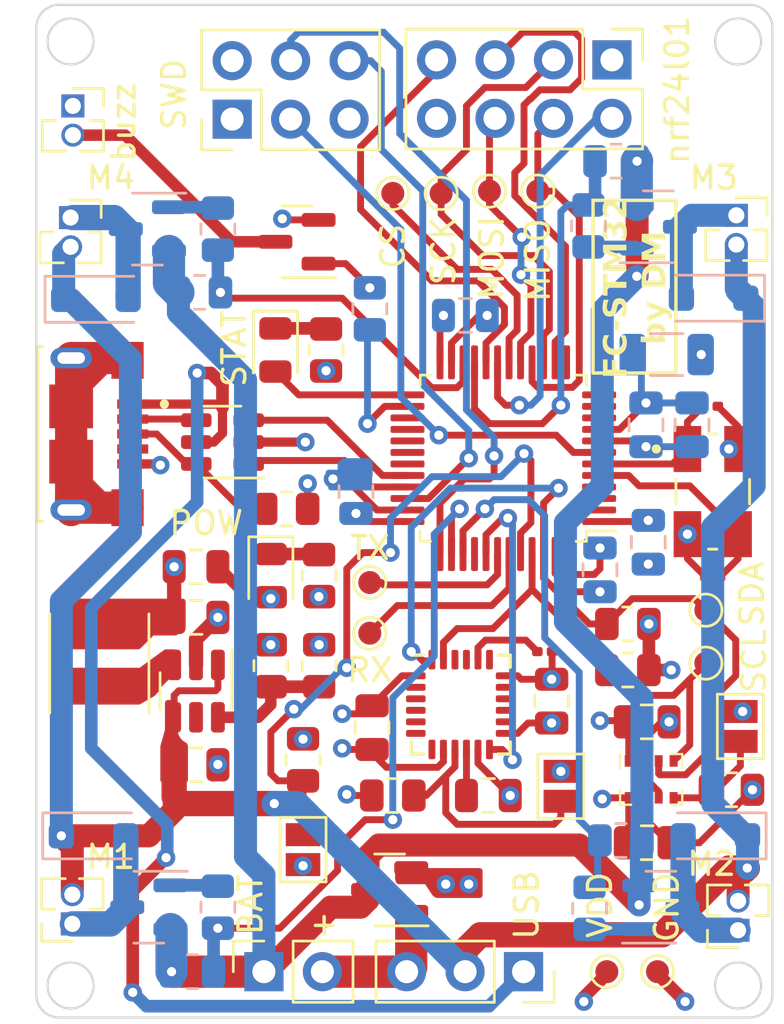
<source format=kicad_pcb>
(kicad_pcb (version 20221018) (generator pcbnew)
  (layers (0 "F.Cu" signal) (1 "In1.Cu" power) (2 "In2.Cu" power) (31 "B.Cu" signal) (34 "B.Paste" user) (35 "F.Paste" user) (36 "B.SilkS" user "B.Silkscreen") (37 "F.SilkS" user "F.Silkscreen") (38 "B.Mask" user) (39 "F.Mask" user) (44 "Edge.Cuts" user))
  (net 0 "")
  (net 1 "VDD")
  (net 2 "Net-(U1-FB)")
  (net 3 "GND")
  (net 4 "/RST")
  (net 5 "Net-(U2-PD0)")
  (net 6 "VDC")
  (net 7 "Net-(D1-K)")
  (net 8 "/SWDIO")
  (net 9 "/SWCLK")
  (net 10 "+5V")
  (net 11 "/USB_CONN_DM")
  (net 12 "/USB_CONN_DP")
  (net 14 "unconnected-(J2-SHIELD-PadS1)")
  (net 15 "+BATT")
  (net 16 "/BOOT0")
  (net 17 "Net-(U1-SW)")
  (net 20 "Net-(D2-A)")
  (net 21 "Net-(D3-A)")
  (net 22 "Net-(D4-A)")
  (net 23 "Net-(D5-A)")
  (net 24 "/SPI_SCK")
  (net 25 "/SPI_MISO")
  (net 26 "/SPI_MOSI")
  (net 27 "/USB_DM")
  (net 28 "/USB_DP")
  (net 30 "/I2C_SCL")
  (net 31 "/I2C_SDA")
  (net 32 "Net-(U2-PD1)")
  (net 33 "Net-(U5-REGOUT)")
  (net 34 "Net-(U5-CPOUT)")
  (net 35 "Net-(JP1-A)")
  (net 36 "Net-(JP3-A)")
  (net 37 "Net-(Q1-G)")
  (net 38 "Net-(Q2-G)")
  (net 39 "Net-(Q3-G)")
  (net 40 "Net-(Q4-G)")
  (net 41 "/USART1_TX")
  (net 42 "/PB5_EXTI5")
  (net 57 "-BATT")
  (net 58 "/TM2_CH1")
  (net 59 "/TM2_CH2")
  (net 60 "/TM2_CH3")
  (net 61 "/TM2_CH4")
  (net 62 "Net-(D6-K)")
  (net 63 "/GPIO_PB12")
  (net 67 "/GPIO_EXTI4")
  (net 68 "/OUT_PB1")
  (net 69 "Net-(J9-Pin_2)")
  (net 70 "Net-(Q6-B)")
  (net 71 "/USART1_RX")
  (net 72 "/SPI_CS")
  (net 73 "/OUT_PB2")
  (net 74 "/GPIO_PB13")
  (footprint "Connector_PinHeader_2.54mm:PinHeader_2x04_P2.54mm_Vertical" (layer "F.Cu") (at 162.32 82.6 -90)
    (fp_text reference "J8" hide)
    (fp_text value "nrf24l01")
  )
  (footprint "Package_LGA:Bosch_LGA-8_2x2.5mm_P0.65mm_ClockwisePinNumbering" (layer "F.Cu") (at 164.025 113.85)
    (fp_text reference "U6" hide)
    (fp_text value "BMP280")
  )
  (footprint "Capacitor_SMD:C_0805_2012Metric" (layer "F.Cu") (at 159.7 110.45 90)
    (fp_text reference "C14" hide)
    (fp_text value "10n" hide)
  )
  (footprint "TestPoint:TestPoint_Pad_D1.0mm" (layer "F.Cu") (at 152.8 88.4)
    (fp_text reference "J19" hide)
    (fp_text value "CS")
  )
  (footprint "LED_SMD:LED_0805_2012Metric" (layer "F.Cu") (at 147.7 95.2 -90)
    (fp_text reference "D6" hide)
    (fp_text value "LED" hide)
  )
  (footprint "TestPoint:TestPoint_Pad_D1.0mm" (layer "F.Cu") (at 162.1 122.2 180)
    (fp_text reference "J16" hide)
    (fp_text value "VDD")
  )
  (footprint "Capacitor_SMD:C_0805_2012Metric" (layer "F.Cu") (at 151.9 111.6 90)
    (fp_text reference "C2" hide)
    (fp_text value "100n" hide)
  )
  (footprint "Connector_PinSocket_1.27mm:PinSocket_1x02_P1.27mm_Vertical" (layer "F.Cu") (at 138.8 89.45)
    (fp_text reference "J5" hide)
    (fp_text value "01x02_Pin" hide)
  )
  (footprint "Inductor_SMD:L_Coilcraft_XxL4040" (layer "F.Cu") (at 140.05 108.815 90)
    (fp_text reference "L1" hide)
    (fp_text value "2.2u" hide)
  )
  (footprint "TestPoint:TestPoint_Pad_D1.0mm" (layer "F.Cu") (at 154.9 88.4 90)
    (fp_text reference "J15" hide)
    (fp_text value "SCK")
  )
  (footprint "Capacitor_SMD:C_0805_2012Metric" (layer "F.Cu") (at 144.25 106.815)
    (fp_text reference "C13" hide)
    (fp_text value "10u" hide)
  )
  (footprint "Capacitor_SMD:C_0805_2012Metric" (layer "F.Cu") (at 144.25 104.615)
    (fp_text reference "C1" hide)
    (fp_text value "6p8" hide)
  )
  (footprint "Capacitor_SMD:C_0805_2012Metric" (layer "F.Cu") (at 156.95 114.55)
    (fp_text reference "C15" hide)
    (fp_text value "0.1u" hide)
  )
  (footprint "Resistor_SMD:R_0805_2012Metric" (layer "F.Cu") (at 149.9 95.2 -90)
    (fp_text reference "R18" hide)
    (fp_text value "2k2" hide)
  )
  (footprint "TestPoint:TestPoint_Pad_D1.0mm" (layer "F.Cu") (at 157 88.3 90)
    (fp_text reference "J13" hide)
    (fp_text value "MOSI")
  )
  (footprint "Resistor_SMD:R_0805_2012Metric" (layer "F.Cu") (at 149.6 105 -90)
    (fp_text reference "R7" hide)
    (fp_text value "2k2" hide)
  )
  (footprint "LED_SMD:LED_0805_2012Metric" (layer "F.Cu") (at 147.5 105 -90)
    (fp_text reference "D1" hide)
    (fp_text value "LED" hide)
  )
  (footprint "Connector_PinSocket_1.27mm:PinSocket_1x02_P1.27mm_Vertical" (layer "F.Cu") (at 138.9 84.6)
    (fp_text reference "J9" hide)
    (fp_text value "buzz")
  )
  (footprint "Package_QFP:LQFP-48_7x7mm_P0.5mm" (layer "F.Cu") (at 157.6 99.9 180)
    (fp_text reference "U2" hide)
    (fp_text value "STM32F103C6Tx" hide)
  )
  (footprint "TestPoint:TestPoint_Pad_D1.0mm" (layer "F.Cu") (at 166.4 108.8 180)
    (fp_text reference "J11" hide)
    (fp_text value "SCL")
  )
  (footprint "Jumper:SolderJumper-2_P1.3mm_Open_Pad1.0x1.5mm" (layer "F.Cu") (at 160.1 114.15 90)
    (fp_text reference "JP1" hide)
    (fp_text value "SolderJump" hide)
  )
  (footprint "Package_TO_SOT_SMD:SOT-23" (layer "F.Cu") (at 148.6375 90.5 180)
    (fp_text reference "Q6" hide)
    (fp_text value "BC817" hide)
  )
  (footprint "Jumper:SolderJumper-2_P1.3mm_Open_Pad1.0x1.5mm" (layer "F.Cu") (at 148.9 116.9 -90)
    (fp_text reference "JP4" hide)
    (fp_text value "SolderJump" hide)
  )
  (footprint "QT532S-8.000MAAJ-T:XTAL_QT532S-8.000MAAJ-T" (layer "F.Cu") (at 166.7 101.35)
    (fp_text reference "Y1" hide)
    (fp_text value "8MHz" hide)
  )
  (footprint "swd_conn:Pin_2x03_P2.54mm" (layer "F.Cu") (at 145.82 85.175 90)
    (fp_text reference "J4" hide)
    (fp_text value "SWD")
  )
  (footprint "10118193-0001LF:AMPHENOL_10118193-0001LF" (layer "F.Cu") (at 138.825 98.85 -90)
    (fp_text reference "J2" hide)
    (fp_text value "USB" hide)
  )
  (footprint "TestPoint:TestPoint_Pad_D1.0mm" (layer "F.Cu") (at 151.8 105.3 90)
    (fp_text reference "J17" hide)
    (fp_text value "TX")
  )
  (footprint "TestPoint:TestPoint_Pad_D1.0mm" (layer "F.Cu") (at 166.4 106.5 180)
    (fp_text reference "J10" hide)
    (fp_text value "SDA")
  )
  (footprint "Connector_PinSocket_1.27mm:PinSocket_1x02_P1.27mm_Vertical" (layer "F.Cu") (at 138.875 120.125 180)
    (fp_text reference "J7" hide)
    (fp_text value "01x02_Pin" hide)
  )
  (footprint "Resistor_SMD:R_0805_2012Metric" (layer "F.Cu") (at 148.9 113 90)
    (fp_text reference "R3" hide)
    (fp_text value "10k" hide)
  )
  (footprint "Capacitor_SMD:C_0805_2012Metric" (layer "F.Cu") (at 163.85 111.35 180)
    (fp_text reference "C18" hide)
    (fp_text value "100n" hide)
  )
  (footprint "Capacitor_SMD:C_0805_2012Metric" (layer "F.Cu") (at 144.25 113.215)
    (fp_text reference "C12" hide)
    (fp_text value "4u7" hide)
  )
  (footprint "Sensor_Motion:InvenSense_QFN-24_4x4mm_P0.5mm" (layer "F.Cu") (at 155.75 110.6)
    (fp_text reference "U5" hide)
    (fp_text value "MPU-6050")
  )
  (footprint "TestPoint:TestPoint_Pad_D1.0mm" (layer "F.Cu") (at 151.8 107.5 -90)
    (fp_text reference "J18" hide)
    (fp_text value "RX")
  )
  (footprint "Resistor_SMD:R_0805_2012Metric" (layer "F.Cu") (at 163.0125 109.1 180)
    (fp_text reference "R1" hide)
    (fp_text value "4k7" hide)
  )
  (footprint "Jumper:SolderJumper-2_P1.3mm_Open_Pad1.0x1.5mm" (layer "F.Cu") (at 167.9 111.55 90)
    (fp_text reference "JP3" hide)
    (fp_text value "SolderJump" hide)
  )
  (footprint "Resistor_SMD:R_0805_2012Metric" (layer "F.Cu") (at 149.6 108.9125 90)
    (fp_text reference "R6" hide)
    (fp_text value "450k" hide)
  )
  (footprint "TestPoint:TestPoint_Pad_D1.0mm" (layer "F.Cu") (at 164.3 122.2 -90)
    (fp_text reference "J12" hide)
    (fp_text value "GND")
  )
  (footprint "Capacitor_SMD:C_0201_0603Metric" (layer "F.Cu") (at 166.6 97.645 180)
    (fp_text reference "C11" hide)
    (fp_text value "18p" hide)
  )
  (footprint "Resistor_SMD:R_0805_2012Metric" (layer "F.Cu") (at 167.5125 114.3)
    (fp_text reference "R9" hide)
    (fp_text value "10k" hide)
  )
  (footprint "Capacitor_SMD:C_0805_2012Metric" (layer "F.Cu") (at 163.85 116.6)
    (fp_text reference "C17" hide)
    (fp_text value "100n" hide)
  )
  (footprint "Capacitor_SMD:C_0201_0603Metric" (layer "F.Cu") (at 166.7 105.045)
    (fp_text reference "C10" hide)
    (fp_text value "18p" hide)
  )
  (footprint "Connector_PinSocket_2.54mm:PinSocket_1x03_P2.54mm_Vertical" (layer "F.Cu") (at 158.48 122.2 -90)
    (fp_text reference "J20" hide)
    (fp_text value "Conn_01x03_Pin" hide)
  )
  (footprint "TestPoint:TestPoint_Pad_D1.0mm" (layer "F.Cu") (at 159.1 88.3 90)
    (fp_text reference "J14" hide)
    (fp_text value "MISO")
  )
  (footprint "Capacitor_SMD:C_0201_0603Metric" (layer "F.Cu") (at 159.4 108.3)
    (fp_text reference "C16" hide)
    (fp_text value "2n2" hide)
  )
  (footprint "Resistor_SMD:R_0805_2012Metric" (layer "F.Cu") (at 148.1875 102.1 180)
    (fp_text reference "R2" hide)
    (fp_text value "1.5k" hide)
  )
  (footprint "Connector_PinSocket_1.27mm:PinSocket_1x02_P1.27mm_Vertical" (layer "F.Cu") (at 167.725 89.35)
    (fp_text reference "J6" hide)
    (fp_text value "01x02_Pin" hide)
  )
  (footprint "Resistor_SMD:R_0805_2012Metric" (layer "F.Cu") (at 147.5 108.9125 90)
    (fp_text reference "R5" hide)
    (fp_text value "100k" hide)
  )
  (footprint "Connector_PinSocket_2.54mm:PinSocket_1x02_P2.54mm_Vertical" (layer "F.Cu") (at 147.2 122.2 90)
    (fp_text reference "J3" hide)
    (fp_text value "1x2" hide)
  )
  (footprint "Resistor_SMD:R_0805_2012Metric" (layer "F.Cu") (at 163.0125 107.1 180)
    (fp_text reference "R4" hide)
    (fp_text value "4k7" hide)
  )
  (footprint "Resistor_SMD:R_0805_2012Metric" (layer "F.Cu") (at 152.8 114.55 180)
    (fp_text reference "R8" hide)
    (fp_text value "10k" hide)
  )
  (footprint "Package_TO_SOT_SMD:SOT-23" (layer "F.Cu") (at 152.6625 118.65 180)
    (fp_text reference "Q5" hide)
    (fp_text value "DMN2056U" hide)
  )
  (footprint "Package_TO_SOT_SMD:SOT-23-6" (layer "F.Cu") (at 145.4 99.2 180)
    (fp_text reference "U3" hide)
    (fp_text value "USBLC6")
  )
  (footprint "Connector_PinSocket_1.27mm:PinSocket_1x02_P1.27mm_Vertical" (layer "F.Cu") (at 167.8 120.4 180)
    (fp_text reference "J1" hide)
    (fp_text value "01x02_Pin" hide)
  )
  (footprint "Package_TO_SOT_SMD:SOT-23-6" (layer "F.Cu") (at 144.25 110.015 -90)
    (fp_text reference "U1" hide)
    (fp_text value "TLV62569DDC" hide)
  )
  (footprint "Resistor_SMD:R_0805_2012Metric" (layer "B.Cu") (at 145.2 119.4 90)
    (fp_text reference "R17" hide)
    (fp_text value "330" hide)
  )
  (footprint "Resistor_SMD:R_0805_2012Metric" (layer "B.Cu") (at 162.71 116.5)
    (fp_text reference "R10" hide)
    (fp_text value "100k" hide)
  )
  (footprint "Diode_SMD:D_SOD-123F" (layer "B.Cu") (at 166.7375 92.95 180)
    (fp_text reference "D4" hide)
    (fp_text value "D_Schottky" hide)
  )
  (footprint "Diode_SMD:D_SOD-123F" (layer "B.Cu") (at 166.81 116.3 180)
    (fp_text reference "D2" hide)
    (fp_text value "D_Schottky" hide)
  )
  (footprint "Resistor_SMD:R_0805_2012Metric" (layer "B.Cu") (at 145.2 89.95 90)
    (fp_text reference "R13" hide)
    (fp_text value "330" hide)
  )
  (footprint "Capacitor_SMD:C_0805_2012Metric" (layer "B.Cu") (at 155.95 93.7)
    (fp_text reference "C4" hide)
    (fp_text value "100n" hide)
  )
  (footprint "Capacitor_SMD:C_1206_3216Metric" (layer "B.Cu") (at 164.7 95.4)
    (fp_text reference "C8" hide)
    (fp_text value "4.7u" hide)
  )
  (footprint "Resistor_SMD:R_0805_2012Metric" (layer "B.Cu") (at 144.1 122.2 180)
    (fp_text reference "R16" hide)
    (fp_text value "100k" hide)
  )
  (footprint "Package_TO_SOT_SMD:SOT-23" (layer "B.Cu") (at 142.1375 89.95 180)
    (fp_text reference "Q2" hide)
    (fp_text value "DMN2056U" hide)
  )
  (footprint "Diode_SMD:D_SOD-123F" (layer "B.Cu") (at 139.9 93)
    (fp_text reference "D3" hide)
    (fp_text value "D_Schottky" hide)
  )
  (footprint "Capacitor_SMD:C_0805_2012Metric" (layer "B.Cu") (at 163.8 98.45 -90)
    (fp_text reference "C7" hide)
    (fp_text value "1u" hide)
  )
  (footprint "Resistor_SMD:R_0805_2012Metric" (layer "B.Cu") (at 161.3 89.8125 -90)
    (fp_text reference "R15" hide)
    (fp_text value "330" hide)
  )
  (footprint "Capacitor_SMD:C_0805_2012Metric" (layer "B.Cu") (at 161.8 104.75 -90)
    (fp_text reference "C5" hide)
    (fp_text value "100n" hide)
  )
  (footprint "Diode_SMD:D_SOD-123F" (layer "B.Cu") (at 139.8 116.3)
    (fp_text reference "D5" hide)
    (fp_text value "D_Schottky" hide)
  )
  (footprint "Capacitor_SMD:C_0805_2012Metric" (layer "B.Cu") (at 163.9 103.55 -90)
    (fp_text reference "C3" hide)
    (fp_text value "100n" hide)
  )
  (footprint "Resistor_SMD:R_0805_2012Metric" (layer "B.Cu") (at 151.8 93.4125 90)
    (fp_text reference "R19" hide)
    (fp_text value "1k" hide)
  )
  (footprint "Capacitor_SMD:C_0805_2012Metric" (layer "B.Cu") (at 165.8 98.45 -90)
    (fp_text reference "C6" hide)
    (fp_text value "10n" hide)
  )
  (footprint "Resistor_SMD:R_0805_2012Metric" (layer "B.Cu") (at 144.4 92.7 180)
    (fp_text reference "R12" hide)
    (fp_text value "100k" hide)
  )
  (footprint "Resistor_SMD:R_0805_2012Metric" (layer "B.Cu") (at 161.3475 119.45 -90)
    (fp_text reference "R11" hide)
    (fp_text value "330")
  )
  (footprint "Package_TO_SOT_SMD:SOT-23" (layer "B.Cu") (at 142.2 119.4 180)
    (fp_text reference "Q4" hide)
    (fp_text value "DMN2056U" hide)
  )
  (footprint "Capacitor_SMD:C_0805_2012Metric" (layer "B.Cu") (at 151.2 101.35 90)
    (fp_text reference "C19" hide)
    (fp_text value "100n" hide)
  )
  (footprint "Resistor_SMD:R_0805_2012Metric" (layer "B.Cu") (at 162.5 87)
    (fp_text reference "R14" hide)
    (fp_text value "100k" hide)
  )
  (footprint "Package_TO_SOT_SMD:SOT-23" (layer "B.Cu") (at 164.4475 119.4)
    (fp_text reference "Q1" hide)
    (fp_text value "DMN2056U" hide)
  )
  (footprint "Package_TO_SOT_SMD:SOT-23" (layer "B.Cu") (at 164.3375 89.85)
    (fp_text reference "Q3" hide)
    (fp_text value "DMN2056U" hide)
  )
  (gr_rect (start 161.5 88.7) (end 165.1 96.2) (stroke (width 0.15)) (fill none) (layer "F.SilkS"))
  (gr_arc (start 138.3 124.189949) (mid 137.921163 124.114594) (end 137.6 123.9) (stroke (width 0.1)) (layer "Edge.Cuts"))
  (gr_line (start 168.3 124.189949) (end 138.3 124.189949) (stroke (width 0.1)) (layer "Edge.Cuts"))
  (gr_arc (start 169.289949 123.2) (mid 169.214594 123.578837) (end 169 123.9) (stroke (width 0.1)) (layer "Edge.Cuts"))
  (gr_line (start 138.3 80.210051) (end 168.3 80.210051) (stroke (width 0.1)) (layer "Edge.Cuts"))
  (gr_arc (start 169 80.5) (mid 169.214594 80.821163) (end 169.289949 81.2) (stroke (width 0.1)) (layer "Edge.Cuts"))
  (gr_arc (start 137.6 123.9) (mid 137.385406 123.578837) (end 137.310051 123.2) (stroke (width 0.1)) (layer "Edge.Cuts"))
  (gr_circle (center 138.8 122.8) (end 138 123.4) (stroke (width 0.1)) (fill none) (layer "Edge.Cuts"))
  (gr_circle (center 167.8 122.8) (end 167 123.4) (stroke (width 0.1)) (fill none) (layer "Edge.Cuts"))
  (gr_arc (start 168.3 80.210051) (mid 168.678837 80.285406) (end 169 80.5) (stroke (width 0.1)) (layer "Edge.Cuts"))
  (gr_arc (start 169 123.9) (mid 168.678837 124.114594) (end 168.3 124.189949) (stroke (width 0.1)) (layer "Edge.Cuts"))
  (gr_arc (start 137.310051 81.2) (mid 137.385406 80.821163) (end 137.6 80.5) (stroke (width 0.1)) (layer "Edge.Cuts"))
  (gr_circle (center 138.8 81.8) (end 138 82.4) (stroke (width 0.1)) (fill none) (layer "Edge.Cuts"))
  (gr_line (start 137.310051 123.2) (end 137.310051 81.2) (stroke (width 0.1)) (layer "Edge.Cuts"))
  (gr_circle (center 167.8 81.8) (end 167 82.4) (stroke (width 0.1)) (fill none) (layer "Edge.Cuts"))
  (gr_arc (start 137.6 80.5) (mid 137.921163 80.285406) (end 138.3 80.210051) (stroke (width 0.1)) (layer "Edge.Cuts"))
  (gr_line (start 169.289949 123.2) (end 169.289949 81.2) (stroke (width 0.1)) (layer "Edge.Cuts"))
  (gr_text "STAT" (at 146.5 96.9 90) (layer "F.SilkS") (effects (font (size 1 1)) (justify left bottom)))
  (gr_text "BAT\n" (at 147.2 120.7 90) (layer "F.SilkS") (effects (font (size 1 1)) (justify left bottom)))
  (gr_text "M3" (at 165.6 88.3) (layer "F.SilkS") (effects (font (size 1 1)) (justify left bottom)))
  (gr_text "USB" (at 159.2 120.9 90) (layer "F.SilkS") (effects (font (size 1 1)) (justify left bottom)))
  (gr_text "POW\n" (at 143 103.3) (layer "F.SilkS") (effects (font (size 1 1)) (justify left bottom)))
  (gr_text "M1\n" (at 139.4 117.8) (layer "F.SilkS") (effects (font (size 1 1)) (justify left bottom)))
  (gr_text "FC-STM32\nby DM" (at 164.8 92.5 90) (layer "F.SilkS") (effects (font (size 1 1) (thickness 0.2) bold) (justify bottom)))
  (gr_text "M2" (at 165.5 118.1) (layer "F.SilkS") (effects (font (size 1 1)) (justify left bottom)))
  (gr_text "M4" (at 139.4 88.3) (layer "F.SilkS") (effects (font (size 1 1)) (justify left bottom)))
  (gr_text "+" (at 149.1 120.7) (layer "F.SilkS") (effects (font (size 1 1)) (justify left bottom)))
  (segment (start 164.473528 111.35) (end 164.8 111.35) (width 0.3) (layer "F.Cu") (net 1))
  (segment (start 161.1 123.3) (end 162.2 122.2) (width 0.55) (layer "F.Cu") (net 1))
  (segment (start 155 113.076041) (end 155 112.55) (width 0.3) (layer "F.Cu") (net 1))
  (segment (start 148.9 117.55) (end 148.9 117.6) (width 0.3) (layer "F.Cu") (net 1))
  (segment (start 161.55 104.95) (end 161.8 104.7) (width 0.3) (layer "F.Cu") (net 1))
  (segment (start 167.9 110.9) (end 168 110.9) (width 0.3) (layer "F.Cu") (net 1))
  (segment (start 158.226041 111.85) (end 157.7 111.85) (width 0.3) (layer "F.Cu") (net 1))
  (segment (start 163.7 113.05) (end 163.7 112.123528) (width 0.3) (layer "F.Cu") (net 1))
  (segment (start 163.925 109.1) (end 163.925 107.1) (width 0.55) (layer "F.Cu") (net 1))
  (segment (start 162.65 98.65) (end 163.8 97.5) (width 0.3) (layer "F.Cu") (net 1))
  (segment (start 161.9 114.7) (end 161.95 114.65) (width 0.3) (layer "F.Cu") (net 1))
  (segment (start 163.7 112.123528) (end 164.473528 111.35) (width 0.3) (layer "F.Cu") (net 1))
  (segment (start 159.7 111.4) (end 158.676041 111.4) (width 0.3) (layer "F.Cu") (net 1))
  (segment (start 163.925 109.1) (end 164.9 109.1) (width 0.55) (layer "F.Cu") (net 1))
  (segment (start 160.606065 104.95) (end 161.55 104.95) (width 0.3) (layer "F.Cu") (net 1))
  (segment (start 163.7 113.728554) (end 163.7 113.05) (width 0.3) (layer "F.Cu") (net 1))
  (segment (start 154.85 93.85) (end 155 93.7) (width 0.3) (layer "F.Cu") (net 1))
  (segment (start 161.95 114.65) (end 163.05 114.65) (width 0.3) (layer "F.Cu") (net 1))
  (segment (start 150.65 112.55) (end 150.6 112.5) (width 0.3) (layer "F.Cu") (net 1))
  (segment (start 153.4375 102.65) (end 151.55 102.65) (width 0.3) (layer "F.Cu") (net 1))
  (segment (start 163.05 116.25) (end 163.05 114.65) (width 0.3) (layer "F.Cu") (net 1))
  (segment (start 161.7625 102.65) (end 163.85 102.65) (width 0.3) (layer "F.Cu") (net 1))
  (segment (start 151.55 102.65) (end 151.2 102.3) (width 0.3) (layer "F.Cu") (net 1))
  (segment (start 158.676041 111.4) (end 158.226041 111.85) (width 0.3) (layer "F.Cu") (net 1))
  (segment (start 151.8 112.55) (end 151.8 112.6) (width 0.3) (layer "F.Cu") (net 1))
  (segment (start 152.525 113.325) (end 154.751041 113.325) (width 0.3) (layer "F.Cu") (net 1))
  (segment (start 161.7625 98.65) (end 162.65 98.65) (width 0.3) (layer "F.Cu") (net 1))
  (segment (start 160.35 104.693935) (end 160.606065 104.95) (width 0.3) (layer "F.Cu") (net 1))
  (segment (start 160.35 104.0625) (end 160.35 104.693935) (width 0.3) (layer "F.Cu") (net 1))
  (segment (start 161.1 123.5) (end 161.1 123.3) (width 0.55) (layer "F.Cu") (net 1))
  (segment (start 147.5 105.9375) (end 147.5 106) (width 0.62) (layer "F.Cu") (net 1))
  (segment (start 164.35 114.65) (end 164.35 114.378554) (width 0.3) (layer "F.Cu") (net 1))
  (segment (start 151.8 112.6) (end 152.525 113.325) (width 0.3) (layer "F.Cu") (net 1))
  (segment (start 149.1 102.1) (end 149.1 101) (width 0.3) (layer "F.Cu") (net 1))
  (segment (start 154.751041 113.325) (end 155 113.076041) (width 0.3) (layer "F.Cu") (net 1))
  (segment (start 143.3 106.815) (end 143.3 104.615) (width 0.62) (layer "F.Cu") (net 1))
  (segment (start 154.85 95.7375) (end 154.85 93.85) (width 0.3) (layer "F.Cu") (net 1))
  (segment (start 151.9 112.55) (end 150.65 112.55) (width 0.3) (layer "F.Cu") (net 1))
  (segment (start 163.85 102.65) (end 163.9 102.6) (width 0.3) (layer "F.Cu") (net 1))
  (segment (start 161.8 104.7) (end 161.8 103.8) (width 0.3) (layer "F.Cu") (net 1))
  (segment (start 164.35 114.378554) (end 163.7 113.728554) (width 0.3) (layer "F.Cu") (net 1))
  (via (at 155 93.7) (size 0.8) (drill 0.4) (layers "F.Cu" "B.Cu") (net 1))
  (via (at 161.1 123.5) (size 0.8) (drill 0.4) (layers "F.Cu" "B.Cu") (net 1))
  (via (at 168 110.9) (size 0.8) (drill 0.4) (layers "F.Cu" "B.Cu") (net 1))
  (via (at 163.925 107.1) (size 0.8) (drill 0.4) (layers "F.Cu" "B.Cu") (net 1))
  (via (at 164.9 109.1) (size 0.8) (drill 0.4) (layers "F.Cu" "B.Cu") (net 1))
  (via (at 149.1 101) (size 0.8) (drill 0.4) (layers "F.Cu" "B.Cu") (net 1))
  (via (at 159.7 111.4) (size 0.8) (drill 0.4) (layers "F.Cu" "B.Cu") (net 1))
  (via (at 160.1 113.5) (size 0.8) (drill 0.4) (layers "F.Cu" "B.Cu") (net 1))
  (via (at 161.8 103.8) (size 0.8) (drill 0.4) (layers "F.Cu" "B.Cu") (net 1))
  (via (at 151.2 102.3) (size 0.8) (drill 0.4) (layers "F.Cu" "B.Cu") (net 1))
  (via (at 147.5 106) (size 0.8) (drill 0.4) (layers "F.Cu" "B.Cu") (net 1))
  (via (at 150.6 112.5) (size 0.8) (drill 0.4) (layers "F.Cu" "B.Cu") (net 1))
  (via (at 149.6 108) (size 0.8) (drill 0.4) (layers "F.Cu" "B.Cu") (net 1))
  (via (at 143.3 104.615) (size 0.8) (drill 0.4) (layers "F.Cu" "B.Cu") (net 1))
  (via (at 163.8 97.5) (size 0.8) (drill 0.4) (layers "F.Cu" "B.Cu") (net 1))
  (via (at 148.9 117.6) (size 0.8) (drill 0.4) (layers "F.Cu" "B.Cu") (net 1))
  (via (at 161.9 114.7) (size 0.8) (drill 0.4) (layers "F.Cu" "B.Cu") (net 1))
  (via (at 163.9 102.6) (size 0.8) (drill 0.4) (layers "F.Cu" "B.Cu") (net 1))
  (via (at 164.8 111.35) (size 0.8) (drill 0.4) (layers "F.Cu" "B.Cu") (net 1))
  (segment (start 163.6 95.775) (end 163.225 95.4) (width 0.3) (layer "B.Cu") (net 1))
  (segment (start 163.6 97.3) (end 163.6 95.775) (width 0.3) (layer "B.Cu") (net 1))
  (segment (start 165.8 97.5) (end 163.8 97.5) (width 0.3) (layer "B.Cu") (net 1))
  (segment (start 163.8 97.5) (end 163.6 97.3) (width 0.3) (layer "B.Cu") (net 1))
  (segment (start 147.5 109.825) (end 146.925 109.825) (width 0.5) (layer "F.Cu") (net 2))
  (segment (start 147.5 109.825) (end 149.6 109.825) (width 0.55) (layer "F.Cu") (net 2))
  (segment (start 146.2 109.1) (end 146.2 105.615) (width 0.5) (layer "F.Cu") (net 2))
  (segment (start 145.2 111.1525) (end 146.9475 111.1525) (width 0.5) (layer "F.Cu") (net 2))
  (segment (start 146.925 109.825) (end 146.2 109.1) (width 0.5) (layer "F.Cu") (net 2))
  (segment (start 147.5 110.6) (end 147.5 109.825) (width 0.5) (layer "F.Cu") (net 2))
  (segment (start 146.9475 111.1525) (end 147.5 110.6) (width 0.5) (layer "F.Cu") (net 2))
  (segment (start 146.2 105.615) (end 145.2 104.615) (width 0.5) (layer "F.Cu") (net 2))
  (segment (start 164.4 122.4) (end 164.4 122.2) (width 0.55) (layer "F.Cu") (net 3))
  (segment (start 163.05 113.05) (end 163.05 111.5) (width 0.3) (layer "F.Cu") (net 3))
  (segment (start 152.110661 102.15) (end 153.4375 102.15) (width 0.3) (layer "F.Cu") (net 3))
  (segment (start 145.2 106.815) (end 144.25 107.765) (width 0.62) (layer "F.Cu") (net 3))
  (segment (start 150.85 114.55) (end 150.8 114.5) (width 0.3) (layer "F.Cu") (net 3))
  (segment (start 159.85 104.901041) (end 160.648959 105.7) (width 0.3) (layer "F.Cu") (net 3))
  (segment (start 149.575 89.55) (end 148.05 89.55) (width 0.3) (layer "F.Cu") (net 3))
  (segment (start 164.8 116.6) (end 166.125 116.6) (width 0.3) (layer "F.Cu") (net 3))
  (segment (start 151.55 111) (end 150.6 111) (width 0.3) (layer "F.Cu") (net 3))
  (segment (start 148.9 112.0875) (end 148.9 112.1) (width 1) (layer "F.Cu") (net 3))
  (segment (start 155.35 95.7375) (end 155.35 94.898959) (width 0.3) (layer "F.Cu") (net 3))
  (segment (start 150.760661 100.8) (end 152.110661 102.15) (width 0.3) (layer "F.Cu") (net 3))
  (segment (start 149.9 96.1125) (end 149.9 96.1) (width 0.3) (layer "F.Cu") (net 3))
  (segment (start 159.72 109.48) (end 159.7 109.5) (width 0.3) (layer "F.Cu") (net 3))
  (segment (start 149 99.2) (end 146.5375 99.2) (width 0.4) (layer "F.Cu") (net 3))
  (segment (start 150.2 100.8) (end 150.760661 100.8) (width 0.3) (layer "F.Cu") (net 3))
  (segment (start 145.2 113.215) (end 145.2 113.2) (width 1) (layer "F.Cu") (net 3))
  (segment (start 165.5 123.5) (end 164.4 122.4) (width 0.55) (layer "F.Cu") (net 3))
  (segment (start 151.8875 114.55) (end 150.85 114.55) (width 0.3) (layer "F.Cu") (net 3))
  (segment (start 144.25 107.765) (end 144.25 108.8775) (width 0.62) (layer "F.Cu") (net 3))
  (segment (start 162.9 111.35) (end 162.85 111.3) (width 0.3) (layer "F.Cu") (net 3))
  (segment (start 151.9 110.65) (end 153.2 109.35) (width 0.3) (layer "F.Cu") (net 3))
  (segment (start 162.85 111.3) (end 161.8 111.3) (width 0.3) (layer "F.Cu") (net 3))
  (segment (start 151.9 110.65) (end 151.55 111) (width 0.3) (layer "F.Cu") (net 3))
  (segment (start 142.65 100.15) (end 142.7 100.2) (width 0.4) (layer "F.Cu") (net 3))
  (segment (start 159.7 109.5) (end 158.376041 109.5) (width 0.3) (layer "F.Cu") (net 3))
  (segment (start 156.548959 93.7) (end 156.9 93.7) (width 0.3) (layer "F.Cu") (net 3))
  (segment (start 155.35 94.898959) (end 156.548959 93.7) (width 0.3) (layer "F.Cu") (net 3))
  (segment (start 166.125 116.6) (end 168.425 114.3) (width 0.3) (layer "F.Cu") (net 3))
  (segment (start 141.5 100.15) (end 142.65 100.15) (width 0.4) (layer "F.Cu") (net 3))
  (segment (start 167.8 99.5) (end 167.8 98.525) (width 0.3) (layer "F.Cu") (net 3))
  (segment (start 167.8 99.5) (end 167.4 99.5) (width 0.3) (layer "F.Cu") (net 3))
  (segment (start 158.226041 109.35) (end 157.7 109.35) (width 0.3) (layer "F.Cu") (net 3))
  (segment (start 163.05 111.5) (end 162.9 111.35) (width 0.3) (layer "F.Cu") (net 3))
  (segment (start 160.648959 105.7) (end 161.8 105.7) (width 0.3) (layer "F.Cu") (net 3))
  (segment (start 161.7625 99.15) (end 163.55 99.15) (width 0.3) (layer "F.Cu") (net 3))
  (segment (start 163.7 114.65) (end 163.7 115.5) (width 0.3) (layer "F.Cu") (net 3))
  (segment (start 163.7 115.5) (end 164.8 116.6) (width 0.3) (layer "F.Cu") (net 3))
  (segment (start 153.2 109.35) (end 153.8 109.35) (width 0.3) (layer "F.Cu") (net 3))
  (segment (start 165.6 104.265) (end 166.38 105.045) (width 0.3) (layer "F.Cu") (net 3))
  (segment (start 165.6 103.2) (end 165.6 104.265) (width 0.3) (layer "F.Cu") (net 3))
  (segment (start 163.55 99.15) (end 163.8 99.4) (width 0.3) (layer "F.Cu") (net 3))
  (segment (start 159.85 104.0625) (end 159.85 104.901041) (width 0.3) (layer "F.Cu") (net 3))
  (segment (start 159.72 108.3) (end 159.72 109.48) (width 0.3) (layer "F.Cu") (net 3))
  (segment (start 167.8 98.525) (end 166.92 97.645) (width 0.3) (layer "F.Cu") (net 3))
  (segment (start 158.376041 109.5) (end 158.226041 109.35) (width 0.3) (layer "F.Cu") (net 3))
  (segment (start 157.9 114.55) (end 156.5 113.15) (width 0.3) (layer "F.Cu") (net 3))
  (segment (start 149.5875 105.9125) (end 149.6 105.9125) (width 1) (layer "F.Cu") (net 3))
  (segment (start 156.5 113.15) (end 156.5 112.55) (width 0.3) (layer "F.Cu") (net 3))
  (segment (start 148.05 89.55) (end 148 89.5) (width 0.3) (layer "F.Cu") (net 3))
  (via (at 165.5 123.5) (size 0.8) (drill 0.4) (layers "F.Cu" "B.Cu") (net 3))
  (via (at 149.5875 105.9125) (size 0.8) (drill 0.4) (layers "F.Cu" "B.Cu") (net 3))
  (via (at 156.9 93.7) (size 0.8) (drill 0.4) (layers "F.Cu" "B.Cu") (net 3))
  (via (at 161.8 111.3) (size 0.8) (drill 0.4) (layers "F.Cu" "B.Cu") (net 3))
  (via (at 150.6 111) (size 0.8) (drill 0.4) (layers "F.Cu" "B.Cu") (net 3))
  (via (at 167.4 99.5) (size 0.8) (drill 0.4) (layers "F.Cu" "B.Cu") (net 3))
  (via (at 166.2 95.4) (size 0.8) (drill 0.4) (layers "F.Cu" "B.Cu") (net 3))
  (via (at 145.2 113.2) (size 0.8) (drill 0.4) (layers "F.Cu" "B.Cu") (net 3))
  (via (at 163.8 99.4) (size 0.8) (drill 0.4) (layers "F.Cu" "B.Cu") (net 3))
  (via (at 155.1 118.4) (size 0.8) (drill 0.4) (layers "F.Cu" "B.Cu") (net 3))
  (via (at 165.6 103.2) (size 0.8) (drill 0.4) (layers "F.Cu" "B.Cu") (net 3))
  (via (at 150.2 100.8) (size 0.8) (drill 0.4) (layers "F.Cu" "B.Cu") (net 3))
  (via (at 156.1 118.4) (size 0.8) (drill 0.4) (layers "F.Cu" "B.Cu") (net 3))
  (via (at 142.7 100.2) (size 0.8) (drill 0.4) (layers "F.Cu" "B.Cu") (net 3))
  (via (at 145.2 106.815) (size 0.8) (drill 0.4) (layers "F.Cu" "B.Cu") (net 3))
  (via (at 148 89.5) (size 0.8) (drill 0.4) (layers "F.Cu" "B.Cu") (net 3))
  (via (at 148.9 112.1) (size 0.8) (drill 0.4) (layers "F.Cu" "B.Cu") (net 3))
  (via (at 157.9 114.55) (size 0.8) (drill 0.4) (layers "F.Cu" "B.Cu") (net 3))
  (via (at 149.9 96.1) (size 0.8) (drill 0.4) (layers "F.Cu" "B.Cu") (net 3))
  (via (at 149 99.2) (size 0.8) (drill 0.4) (layers "F.Cu" "B.Cu") (net 3))
  (via (at 147.5 108) (size 0.8) (drill 0.4) (layers "F.Cu" "B.Cu") (net 3))
  (via (at 161.8 105.7) (size 0.8) (drill 0.4) (layers "F.Cu" "B.Cu") (net 3))
  (via (at 150.8 114.5) (size 0.8) (drill 0.4) (layers "F.Cu" "B.Cu") (net 3))
  (via (at 168.425 114.3) (size 0.8) (drill 0.4) (layers "F.Cu" "B.Cu") (net 3))
  (via (at 163.9 104.5) (size 0.8) (drill 0.4) (layers "F.Cu" "B.Cu") (net 3))
  (via (at 159.7 109.5) (size 0.8) (drill 0.4) (layers "F.Cu" "B.Cu") (net 3))
  (segment (start 165.8 99.4) (end 163.8 99.4) (width 0.3) (layer "B.Cu") (net 3))
  (segment (start 166.175 95.4) (end 166.2 95.4) (width 0.3) (layer "B.Cu") (net 3))
  (segment (start 160.65 99.65) (end 161.7625 99.65) (width 0.3) (layer "F.Cu") (net 4))
  (segment (start 159.9 98.9) (end 160.65 99.65) (width 0.3) (layer "F.Cu") (net 4))
  (segment (start 154.8 98.9) (end 159.9 98.9) (width 0.3) (layer "F.Cu") (net 4))
  (via (at 154.8 98.9) (size 0.8) (drill 0.4) (layers "F.Cu" "B.Cu") (net 4))
  (segment (start 154.8 98.9) (end 153.15 97.25) (width 0.3) (layer "B.Cu") (net 4))
  (segment (start 153.15 89.965) (end 148.36 85.175) (width 0.3) (layer "B.Cu") (net 4))
  (segment (start 153.15 97.25) (end 153.15 89.965) (width 0.3) (layer "B.Cu") (net 4))
  (segment (start 167.8 103.2) (end 167.8 104.265) (width 0.3) (layer "F.Cu") (net 5))
  (segment (start 163.05 100.65) (end 163.5 101.1) (width 0.3) (layer "F.Cu") (net 5))
  (segment (start 167.8 104.265) (end 167.02 105.045) (width 0.3) (layer "F.Cu") (net 5))
  (segment (start 165.7 101.1) (end 167.8 103.2) (width 0.3) (layer "F.Cu") (net 5))
  (segment (start 161.7625 100.65) (end 163.05 100.65) (width 0.3) (layer "F.Cu") (net 5))
  (segment (start 163.5 101.1) (end 165.7 101.1) (width 0.3) (layer "F.Cu") (net 5))
  (segment (start 164.5 120.6) (end 167.4 117.7) (width 1.1) (layer "F.Cu") (net 6))
  (segment (start 143.3 113.215) (end 143.3 115.2) (width 1) (layer "F.Cu") (net 6))
  (segment (start 155.94 121.26) (end 156.6 120.6) (width 1.1) (layer "F.Cu") (net 6))
  (segment (start 145.2 109.9) (end 145.2 108.8775) (width 0.3) (layer "F.Cu") (net 6))
  (segment (start 167.4 117.7) (end 168.2 117.7) (width 1.1) (layer "F.Cu") (net 6))
  (segment (start 143.3 111.1525) (end 143.3 110.2) (width 0.3) (layer "F.Cu") (net 6))
  (segment (start 138.875 116.775) (end 138.875 118.855) (width 1) (layer "F.Cu") (net 6))
  (segment (start 168.1 117.8) (end 168.2 117.7) (width 1.1) (layer "F.Cu") (net 6))
  (segment (start 167.8 118.1) (end 167.8 119.13) (width 1) (layer "F.Cu") (net 6))
  (segment (start 143.3 115.2) (end 142.2 116.3) (width 1) (layer "F.Cu") (net 6))
  (segment (start 156.6 120.6) (end 164.5 120.6) (width 1.1) (layer "F.Cu") (net 6))
  (segment (start 143.5 110) (end 145.1 110) (width 0.3) (layer "F.Cu") (net 6))
  (segment (start 155.94 122.2) (end 155.94 121.26) (width 1.1) (layer "F.Cu") (net 6))
  (segment (start 143.3 110.2) (end 143.5 110) (width 0.3) (layer "F.Cu") (net 6))
  (segment (start 145.1 110) (end 145.2 109.9) (width 0.3) (layer "F.Cu") (net 6))
  (segment (start 143.3 114.6) (end 143.3 113.215) (width 1.1) (layer "F.Cu") (net 6))
  (segment (start 142.2 116.3) (end 138.4 116.3) (width 1) (layer "F.Cu") (net 6))
  (segment (start 143.6 114.9) (end 143.3 114.6) (width 1.1) (layer "F.Cu") (net 6))
  (segment (start 168.2 117.7) (end 167.8 118.1) (width 1) (layer "F.Cu") (net 6))
  (segment (start 138.4 116.3) (end 138.875 116.775) (width 1) (layer "F.Cu") (net 6))
  (segment (start 147.65 114.9) (end 143.6 114.9) (width 1.1) (layer "F.Cu") (net 6))
  (via (at 147.65 114.9) (size 0.8) (drill 0.4) (layers "F.Cu" "B.Cu") (net 6))
  (via (at 138.4 116.3) (size 0.8) (drill 0.4) (layers "F.Cu" "B.Cu") (net 6))
  (via (at 168.2 117.7) (size 0.8) (drill 0.4) (layers "F.Cu" "B.Cu") (net 6))
  (segment (start 138.5 93) (end 138.5 91.02) (width 1) (layer "B.Cu") (net 6))
  (segment (start 166.7 102.9) (end 168.5 101.1) (width 1) (layer "B.Cu") (net 6))
  (segment (start 167.725 92.5375) (end 167.725 90.62) (width 1) (layer "B.Cu") (net 6))
  (segment (start 166.7 114.9) (end 166.7 102.9) (width 1) (layer "B.Cu") (net 6))
  (segment (start 155.94 122.2) (end 148.64 114.9) (width 1.1) (layer "B.Cu") (net 6))
  (segment (start 168.1375 92.95) (end 167.725 92.5375) (width 1) (layer "B.Cu") (net 6))
  (segment (start 168.21 116.3) (end 168.2 116.3) (width 1) (layer "B.Cu") (net 6))
  (segment (start 168.5 93.3125) (end 168.1375 92.95) (width 1) (layer "B.Cu") (net 6))
  (segment (start 168.2 117.7) (end 168.21 117.71) (width 1) (layer "B.Cu") (net 6))
  (segment (start 138.5 91.02) (end 138.8 90.72) (width 1) (layer "B.Cu") (net 6))
  (segment (start 168.1 116.3) (end 166.7 114.9) (width 1) (layer "B.Cu") (net 6))
  (segment (start 141.4 95.6) (end 138.8 93) (width 1) (layer "B.Cu") (net 6))
  (segment (start 168.5 101.1) (end 168.5 93.3125) (width 1) (layer "B.Cu") (net 6))
  (segment (start 141.4 103.1) (end 141.4 95.6) (width 1) (layer "B.Cu") (net 6))
  (segment (start 138.4 116.3) (end 138.4 106.1) (width 1) (layer "B.Cu") (net 6))
  (segment (start 138.8 93) (end 138.5 93) (width 1) (layer "B.Cu") (net 6))
  (segment (start 168.21 116.3) (end 168.21 117.69) (width 1) (layer "B.Cu") (net 6))
  (segment (start 168.21 116.3) (end 168.1 116.3) (width 1) (layer "B.Cu") (net 6))
  (segment (start 148.64 114.9) (end 147.65 114.9) (width 1.1) (layer "B.Cu") (net 6))
  (segment (start 167.8 92.6125) (end 168.1375 92.95) (width 1.1) (layer "B.Cu") (net 6))
  (segment (start 168.21 117.69) (end 168.2 117.7) (width 1) (layer "B.Cu") (net 6))
  (segment (start 138.4 106.1) (end 141.4 103.1) (width 1) (layer "B.Cu") (net 6))
  (segment (start 149.575 104.0625) (end 149.6 104.0875) (width 0.55) (layer "F.Cu") (net 7))
  (segment (start 147.5 104.0625) (end 149.575 104.0625) (width 0.55) (layer "F.Cu") (net 7))
  (segment (start 156.1 99.9) (end 154.35 101.65) (width 0.3) (layer "F.Cu") (net 8))
  (segment (start 154.35 101.65) (end 153.4375 101.65) (width 0.3) (layer "F.Cu") (net 8))
  (via (at 156.1 99.9) (size 0.8) (drill 0.4) (layers "F.Cu" "B.Cu") (net 8))
  (segment (start 156.1 98.7) (end 154.1 96.7) (width 0.3) (layer "B.Cu") (net 8))
  (segment (start 154.1 88.287057) (end 152.3 86.487057) (width 0.3) (layer "B.Cu") (net 8))
  (segment (start 152.3 86.487057) (end 152.3 83.1) (width 0.3) (layer "B.Cu") (net 8))
  (segment (start 156.1 99.9) (end 156.1 98.7) (width 0.3) (layer "B.Cu") (net 8))
  (segment (start 151.835 82.635) (end 150.9 82.635) (width 0.3) (layer "B.Cu") (net 8))
  (segment (start 154.1 96.7) (end 154.1 88.287057) (width 0.3) (layer "B.Cu") (net 8))
  (segment (start 152.3 83.1) (end 151.835 82.635) (width 0.3) (layer "B.Cu") (net 8))
  (segment (start 157 100.8) (end 155.907106 100.8) (width 0.3) (layer "F.Cu") (net 9))
  (segment (start 157.2 100.6) (end 157 100.8) (width 0.3) (layer "F.Cu") (net 9))
  (segment (start 154.85 101.857106) (end 154.85 104.0625) (width 0.3) (layer "F.Cu") (net 9))
  (segment (start 157.2 99.8) (end 157.2 100.6) (width 0.3) (layer "F.Cu") (net 9))
  (segment (start 155.907106 100.8) (end 154.85 101.857106) (width 0.3) (layer "F.Cu") (net 9))
  (via (at 157.2 99.8) (size 0.8) (drill 0.4) (layers "F.Cu" "B.Cu") (net 9))
  (segment (start 152.4 81.4) (end 148.7 81.4) (width 0.3) (layer "B.Cu") (net 9))
  (segment (start 148.7 81.4) (end 148.36 81.74) (width 0.3) (layer "B.Cu") (net 9))
  (segment (start 156 97.8) (end 156 88.7) (width 0.3) (layer "B.Cu") (net 9))
  (segment (start 157.2 99.8) (end 157.2 99) (width 0.3) (layer "B.Cu") (net 9))
  (segment (start 153.1 85.8) (end 153.1 82.1) (width 0.3) (layer "B.Cu") (net 9))
  (segment (start 156 88.7) (end 153.1 85.8) (width 0.3) (layer "B.Cu") (net 9))
  (segment (start 157.2 99) (end 156 97.8) (width 0.3) (layer "B.Cu") (net 9))
  (segment (start 148.36 81.74) (end 148.36 82.635) (width 0.3) (layer "B.Cu") (net 9))
  (segment (start 153.1 82.1) (end 152.4 81.4) (width 0.3) (layer "B.Cu") (net 9))
  (segment (start 145.022182 99.2) (end 144.2625 99.2) (width 0.4) (layer "F.Cu") (net 10))
  (segment (start 145.25 97.55) (end 145.4 97.7) (width 0.4) (layer "F.Cu") (net 10))
  (segment (start 145.4 97.7) (end 145.4 96.7) (width 0.55) (layer "F.Cu") (net 10))
  (segment (start 141.5 118.7) (end 141.5 123.1) (width 0.55) (layer "F.Cu") (net 10))
  (segment (start 144.9 96.2) (end 144.3 96.2) (width 0.55) (layer "F.Cu") (net 10))
  (segment (start 145.4 96.7) (end 144.9 96.2) (width 0.55) (layer "F.Cu") (net 10))
  (segment (start 145.4 98.822182) (end 145.022182 99.2) (width 0.4) (layer "F.Cu") (net 10))
  (segment (start 145.4 97.7) (end 145.4 98.822182) (width 0.4) (layer "F.Cu") (net 10))
  (segment (start 141.5 97.55) (end 145.25 97.55) (width 0.4) (layer "F.Cu") (net 10))
  (segment (start 142.95 117.25) (end 141.5 118.7) (width 0.55) (layer "F.Cu") (net 10))
  (via (at 144.3 96.2) (size 0.8) (drill 0.4) (layers "F.Cu" "B.Cu") (net 10))
  (via (at 142.95 117.25) (size 0.8) (drill 0.4) (layers "F.Cu" "B.Cu") (net 10))
  (via (at 141.5 123.1) (size 0.8) (drill 0.4) (layers "F.Cu" "B.Cu") (net 10))
  (segment (start 156.98 123.7) (end 158.48 122.2) (width 0.55) (layer "B.Cu") (net 10))
  (segment (start 144.3 101.8) (end 144.3 96.2) (width 0.55) (layer "B.Cu") (net 10))
  (segment (start 139.7 106.4) (end 144.3 101.8) (width 0.55) (layer "B.Cu") (net 10))
  (segment (start 139.7 112.5) (end 139.7 106.4) (width 0.55) (layer "B.Cu") (net 10))
  (segment (start 142.1 123.7) (end 141.5 123.1) (width 0.55) (layer "B.Cu") (net 10))
  (segment (start 143 115.8) (end 139.7 112.5) (width 0.55) (layer "B.Cu") (net 10))
  (segment (start 143 117.2) (end 143 115.8) (width 0.55) (layer "B.Cu") (net 10))
  (segment (start 142.95 117.25) (end 143 117.2) (width 0.55) (layer "B.Cu") (net 10))
  (segment (start 142.1 123.7) (end 156.98 123.7) (width 0.55) (layer "B.Cu") (net 10))
  (segment (start 144.2125 98.2) (end 144.2625 98.25) (width 0.3) (layer "F.Cu") (net 11))
  (segment (start 141.5 98.2) (end 144.2125 98.2) (width 0.3) (layer "F.Cu") (net 11))
  (segment (start 146.2125 102.1) (end 144.2625 100.15) (width 0.3) (layer "F.Cu") (net 12))
  (segment (start 147.275 102.1) (end 146.2125 102.1) (width 0.3) (layer "F.Cu") (net 12))
  (segment (start 142.542893 98.85) (end 143.842893 100.15) (width 0.3) (layer "F.Cu") (net 12))
  (segment (start 143.842893 100.15) (end 144.2625 100.15) (width 0.3) (layer "F.Cu") (net 12))
  (segment (start 141.5 98.85) (end 142.542893 98.85) (width 0.3) (layer "F.Cu") (net 12))
  (segment (start 140.1 95.55) (end 141.175 95.55) (width 1.4) (layer "F.Cu") (net 14))
  (segment (start 141.275 102.05) (end 140 102.05) (width 1.4) (layer "F.Cu") (net 14))
  (segment (start 138.825 100.875) (end 138.825 100.05) (width 1.4) (layer "F.Cu") (net 14))
  (segment (start 141.275 102.05) (end 138.925 102.05) (width 1.4) (layer "F.Cu") (net 14))
  (segment (start 138.925 102.05) (end 138.825 102.15) (width 1.4) (layer "F.Cu") (net 14))
  (segment (start 138.825 96.825) (end 140.1 95.55) (width 1.4) (layer "F.Cu") (net 14))
  (segment (start 138.825 95.55) (end 140.1 95.55) (width 1.4) (layer "F.Cu") (net 14))
  (segment (start 138.825 97.65) (end 138.825 96.5) (width 1.4) (layer "F.Cu") (net 14))
  (segment (start 141.175 95.55) (end 141.275 95.65) (width 1.4) (layer "F.Cu") (net 14))
  (segment (start 138.825 100.05) (end 138.825 97.65) (width 1.4) (layer "F.Cu") (net 14))
  (segment (start 138.825 96.5) (end 138.825 95.55) (width 1.4) (layer "F.Cu") (net 14))
  (segment (start 140 102.05) (end 138.825 100.875) (width 1.4) (layer "F.Cu") (net 14))
  (segment (start 138.825 102.15) (end 138.825 100.05) (width 1.4) (layer "F.Cu") (net 14))
  (segment (start 138.825 97.65) (end 138.825 96.825) (width 1.4) (layer "F.Cu") (net 14))
  (segment (start 153.6 122) (end 153.6 120) (width 1.4) (layer "F.Cu") (net 15))
  (segment (start 149.74 122.2) (end 153.4 122.2) (width 1.4) (layer "F.Cu") (net 15))
  (segment (start 153.4 122.2) (end 151.0875 122.2) (width 1.4) (layer "F.Cu") (net 15))
  (segment (start 153.4 122.2) (end 153.6 122) (width 1.4) (layer "F.Cu") (net 15))
  (segment (start 151.5 104) (end 150.8 104.7) (width 0.3) (layer "F.Cu") (net 16))
  (segment (start 158.8 102.7) (end 158.35 103.15) (width 0.3) (layer "F.Cu") (net 16))
  (segment (start 147.5 113.6) (end 147.8125 113.9125) (width 0.3) (layer "F.Cu") (net 16))
  (segment (start 148.9 116.25) (end 148.9 113.9125) (width 0.3) (layer "F.Cu") (net 16))
  (segment (start 158.35 103.15) (end 158.35 104.0625) (width 0.3) (layer "F.Cu") (net 16))
  (segment (start 150.8 104.7) (end 150.8 109) (width 0.3) (layer "F.Cu") (net 16))
  (segment (start 158.8 100) (end 158.8 102.7) (width 0.3) (layer "F.Cu") (net 16))
  (segment (start 148.5 110.8) (end 147.5 111.8) (width 0.3) (layer "F.Cu") (net 16))
  (segment (start 158.5 99.7) (end 158.8 100) (width 0.3) (layer "F.Cu") (net 16))
  (segment (start 152.7 104) (end 151.5 104) (width 0.3) (layer "F.Cu") (net 16))
  (segment (start 147.5 111.8) (end 147.5 113.6) (width 0.3) (layer "F.Cu") (net 16))
  (segment (start 147.8125 113.9125) (end 148.9 113.9125) (width 0.3) (layer "F.Cu") (net 16))
  (via (at 158.5 99.7) (size 0.8) (drill 0.4) (layers "F.Cu" "B.Cu") (net 16))
  (via (at 152.7 104) (size 0.8) (drill 0.4) (layers "F.Cu" "B.Cu") (net 16))
  (via (at 148.5 110.8) (size 0.8) (drill 0.4) (layers "F.Cu" "B.Cu") (net 16))
  (via (at 150.8 109) (size 0.8) (drill 0.4) (layers "F.Cu" "B.Cu") (net 16))
  (segment (start 150.6 109) (end 148.8 110.8) (width 0.3) (layer "B.Cu") (net 16))
  (segment (start 158.5 99.7) (end 157.5 100.7) (width 0.3) (layer "B.Cu") (net 16))
  (segment (start 157.5 100.7) (end 154.5 100.7) (width 0.3) (layer "B.Cu") (net 16))
  (segment (start 150.8 109) (end 150.6 109) (width 0.3) (layer "B.Cu") (net 16))
  (segment (start 154.5 100.7) (end 152.7 102.5) (width 0.3) (layer "B.Cu") (net 16))
  (segment (start 148.8 110.8) (end 148.5 110.8) (width 0.3) (layer "B.Cu") (net 16))
  (segment (start 152.7 102.5) (end 152.7 104) (width 0.3) (layer "B.Cu") (net 16))
  (segment (start 165.41 119.61) (end 166.2 120.4) (width 1.1) (layer "B.Cu") (net 20))
  (segment (start 165.41 118.5) (end 165.41 119.375) (width 1.1) (layer "B.Cu") (net 20))
  (segment (start 166.2 120.4) (end 167.8 120.4) (width 1.1) (layer "B.Cu") (net 20))
  (segment (start 165.41 119.375) (end 165.385 119.4) (width 1.1) (layer "B.Cu") (net 20))
  (segment (start 165.41 118.5) (end 165.41 119.61) (width 1.1) (layer "B.Cu") (net 20))
  (segment (start 165.41 116.3) (end 165.41 118.5) (width 1.1) (layer "B.Cu") (net 20))
  (segment (start 138.89 89.45) (end 140.7 89.45) (width 1.1) (layer "B.Cu") (net 21))
  (segment (start 140.7 89.45) (end 141.2 89.95) (width 1.1) (layer "B.Cu") (net 21))
  (segment (start 141.3 93) (end 141.3 90.05) (width 1.1) (layer "B.Cu") (net 21))
  (segment (start 141.3 90.05) (end 141.2 89.95) (width 1.1) (layer "B.Cu") (net 21))
  (segment (start 165.3375 89.9125) (end 165.275 89.85) (width 1) (layer "B.Cu") (net 22))
  (segment (start 165.275 89.85) (end 165.775 89.35) (width 1) (layer "B.Cu") (net 22))
  (segment (start 165.775 89.35) (end 167.725 89.35) (width 1) (layer "B.Cu") (net 22))
  (segment (start 165.3375 92.95) (end 165.3375 89.9125) (width 1) (layer "B.Cu") (net 22))
  (segment (start 140.5375 120.125) (end 138.875 120.125) (width 1.1) (layer "B.Cu") (net 23))
  (segment (start 141.2625 119.4) (end 140.5375 120.125) (width 1.1) (layer "B.Cu") (net 23))
  (segment (start 141.2 119.3375) (end 141.2 116.3) (width 1.1) (layer "B.Cu") (net 23))
  (segment (start 141.2625 119.4) (end 141.2 119.3375) (width 1.1) (layer "B.Cu") (net 23))
  (segment (start 159.6 94.3) (end 159.35 94.55) (width 0.3) (layer "F.Cu") (net 24))
  (segment (start 159.6 91.8) (end 159.6 94.3) (width 0.3) (layer "F.Cu") (net 24))
  (segment (start 156.7 91.1) (end 158.9 91.1) (width 0.3) (layer "F.Cu") (net 24))
  (segment (start 156 84.6) (end 156.8 83.8) (width 0.3) (layer "F.Cu") (net 24))
  (segment (start 154.9 87.6) (end 156 86.5) (width 0.3) (layer "F.Cu") (net 24))
  (segment (start 154.9 88.4) (end 154.9 89.3) (width 0.3) (layer "F.Cu") (net 24))
  (segment (start 158.58 83.8) (end 159.78 82.6) (width 0.3) (layer "F.Cu") (net 24))
  (segment (start 154.9 89.3) (end 156.7 91.1) (width 0.3) (layer "F.Cu") (net 24))
  (segment (start 156.8 83.8) (end 158.58 83.8) (width 0.3) (layer "F.Cu") (net 24))
  (segment (start 154.9 88.4) (end 154.9 87.6) (width 0.3) (layer "F.Cu") (net 24))
  (segment (start 156 86.5) (end 156 84.6) (width 0.3) (layer "F.Cu") (net 24))
  (segment (start 158.9 91.1) (end 159.6 91.8) (width 0.3) (layer "F.Cu") (net 24))
  (segment (start 159.35 94.55) (end 159.35 95.7375) (width 0.3) (layer "F.Cu") (net 24))
  (segment (start 159.8 88.3) (end 159.1 88.3) (width 0.3) (layer "F.Cu") (net 25))
  (segment (start 158.85 95.7375) (end 158.85 96.576041) (width 0.3) (layer "F.Cu") (net 25))
  (segment (start 159.1 88.3) (end 159.1 85.82) (width 0.3) (layer "F.Cu") (net 25))
  (segment (start 160.9 96.526041) (end 160.9 89.4) (width 0.3) (layer "F.Cu") (net 25))
  (segment (start 160.601041 96.825) (end 160.9 96.526041) (width 0.3) (layer "F.Cu") (net 25))
  (segment (start 158.85 96.576041) (end 159.098959 96.825) (width 0.3) (layer "F.Cu") (net 25))
  (segment (start 159.1 85.82) (end 159.78 85.14) (width 0.3) (layer "F.Cu") (net 25))
  (segment (start 160.9 89.4) (end 159.8 88.3) (width 0.3) (layer "F.Cu") (net 25))
  (segment (start 159.098959 96.825) (end 160.601041 96.825) (width 0.3) (layer "F.Cu") (net 25))
  (segment (start 158.4 90.3) (end 157 88.9) (width 0.3) (layer "F.Cu") (net 26))
  (segment (start 158.8 92.359954) (end 158.8 94.448959) (width 0.3) (layer "F.Cu") (net 26))
  (segment (start 157 88.9) (end 157 88.3) (width 0.3) (layer "F.Cu") (net 26))
  (segment (start 158.370023 91.929977) (end 158.8 92.359954) (width 0.3) (layer "F.Cu") (net 26))
  (segment (start 158.35 94.898959) (end 158.35 95.7375) (width 0.3) (layer "F.Cu") (net 26))
  (segment (start 157 88.3) (end 157 85.38) (width 0.3) (layer "F.Cu") (net 26))
  (segment (start 158.8 94.448959) (end 158.35 94.898959) (width 0.3) (layer "F.Cu") (net 26))
  (segment (start 157 85.38) (end 157.24 85.14) (width 0.3) (layer "F.Cu") (net 26))
  (via (at 158.4 90.3) (size 0.8) (drill 0.4) (layers "F.Cu" "B.Cu") (net 26))
  (via (at 158.370023 91.929977) (size 0.8) (drill 0.4) (layers "F.Cu" "B.Cu") (net 26))
  (segment (start 158.4 90.3) (end 158.370023 90.329977) (width 0.3) (layer "B.Cu") (net 26))
  (segment (start 158.370023 90.329977) (end 158.370023 91.929977) (width 0.3) (layer "B.Cu") (net 26))
  (segment (start 149.95 98.25) (end 146.5375 98.25) (width 0.3) (layer "F.Cu") (net 27))
  (segment (start 152.35 100.65) (end 149.95 98.25) (width 0.3) (layer "F.Cu") (net 27))
  (segment (start 153.4375 100.65) (end 152.35 100.65) (width 0.3) (layer "F.Cu") (net 27))
  (segment (start 146.6875 100) (end 146.5375 100.15) (width 0.3) (layer "F.Cu") (net 28))
  (segment (start 150.7 100) (end 146.6875 100) (width 0.3) (layer "F.Cu") (net 28))
  (segment (start 153.4375 101.15) (end 151.85 101.15) (width 0.3) (layer "F.Cu") (net 28))
  (segment (start 151.85 101.15) (end 150.7 100) (width 0.3) (layer "F.Cu") (net 28))
  (segment (start 165.7 109.5) (end 165.7 112.35) (width 0.3) (layer "F.Cu") (net 30))
  (segment (start 158.85 104.0625) (end 158.85 105.6) (width 0.3) (layer "F.Cu") (net 30))
  (segment (start 155.6 107.3) (end 157.15 107.3) (width 0.3) (layer "F.Cu") (net 30))
  (segment (start 166.4 108.8) (end 165.7 109.5) (width 0.3) (layer "F.Cu") (net 30))
  (segment (start 155 107.9) (end 155.6 107.3) (width 0.3) (layer "F.Cu") (net 30))
  (segment (start 157.15 107.3) (end 158.85 105.6) (width 0.3) (layer "F.Cu") (net 30))
  (segment (start 165.7 112.35) (end 165 113.05) (width 0.3) (layer "F.Cu") (net 30))
  (segment (start 165 110.2) (end 166.4 108.8) (width 0.3) (layer "F.Cu") (net 30))
  (segment (start 162.1 108.85) (end 162.1 109.1) (width 0.3) (layer "F.Cu") (net 30))
  (segment (start 162.1 109.1) (end 163.2 110.2) (width 0.3) (layer "F.Cu") (net 30))
  (segment (start 158.85 105.6) (end 160.375 107.125) (width 0.3) (layer "F.Cu") (net 30))
  (segment (start 155 108.65) (end 155 107.9) (width 0.3) (layer "F.Cu") (net 30))
  (segment (start 160.375 107.125) (end 162.1 108.85) (width 0.3) (layer "F.Cu") (net 30))
  (segment (start 163.2 110.2) (end 165 110.2) (width 0.3) (layer "F.Cu") (net 30))
  (segment (start 159.35 105.108147) (end 161.341853 107.1) (width 0.3) (layer "F.Cu") (net 31))
  (segment (start 166.5 110.55) (end 167.7 109.35) (width 0.3) (layer "F.Cu") (net 31))
  (segment (start 154.45 108.7) (end 154.5 108.65) (width 0.3) (layer "F.Cu") (net 31))
  (segment (start 166.5 112.675) (end 166.5 110.55) (width 0.3) (layer "F.Cu") (net 31))
  (segment (start 161.341853 107.1) (end 162.1 107.1) (width 0.3) (layer "F.Cu") (net 31))
  (segment (start 165.525 113.65) (end 166.5 112.675) (width 0.3) (layer "F.Cu") (net 31))
  (segment (start 153.7 108.3) (end 154.1 108.7) (width 0.3) (layer "F.Cu") (net 31))
  (segment (start 160 101.2) (end 159.35 101.85) (width 0.3) (layer "F.Cu") (net 31))
  (segment (start 154.1 108.7) (end 154.45 108.7) (width 0.3) (layer "F.Cu") (net 31))
  (segment (start 159.35 104.0625) (end 159.35 105.108147) (width 0.3) (layer "F.Cu") (net 31))
  (segment (start 167.7 109.35) (end 167.7 107.8) (width 0.3) (layer "F.Cu") (net 31))
  (segment (start 153.6 108.3) (end 153.7 108.3) (width 0.3) (layer "F.Cu") (net 31))
  (segment (start 164.4 113.65) (end 165.525 113.65) (width 0.3) (layer "F.Cu") (net 31))
  (segment (start 165.900001 106.000001) (end 166.4 106.5) (width 0.3) (layer "F.Cu") (net 31))
  (segment (start 163.199999 106.000001) (end 165.900001 106.000001) (width 0.3) (layer "F.Cu") (net 31))
  (segment (start 167.7 107.8) (end 166.4 106.5) (width 0.3) (layer "F.Cu") (net 31))
  (segment (start 162.1 107.1) (end 163.199999 106.000001) (width 0.3) (layer "F.Cu") (net 31))
  (segment (start 159.35 101.85) (end 159.35 104.0625) (width 0.3) (layer "F.Cu") (net 31))
  (segment (start 164.35 113.05) (end 164.35 113.6) (width 0.3) (layer "F.Cu") (net 31))
  (segment (start 164.35 113.6) (end 164.4 113.65) (width 0.3) (layer "F.Cu") (net 31))
  (via (at 153.6 108.3) (size 0.8) (drill 0.4) (layers "F.Cu" "B.Cu") (net 31))
  (via (at 160 101.2) (size 0.8) (drill 0.4) (layers "F.Cu" "B.Cu") (net 31))
  (segment (start 153.6 102.9) (end 153.6 108.3) (width 0.3) (layer "B.Cu") (net 31))
  (segment (start 155.3 101.2) (end 153.6 102.9) (width 0.3) (layer "B.Cu") (net 31))
  (segment (start 160 101.2) (end 155.3 101.2) (width 0.3) (layer "B.Cu") (net 31))
  (segment (start 165.6 99.5) (end 165.6 98.325) (width 0.3) (layer "F.Cu") (net 32))
  (segment (start 165.6 98.325) (end 166.28 97.645) (width 0.3) (layer "F.Cu") (net 32))
  (segment (start 164.95 100.15) (end 161.7625 100.15) (width 0.3) (layer "F.Cu") (net 32))
  (segment (start 165.6 99.5) (end 164.95 100.15) (width 0.3) (layer "F.Cu") (net 32))
  (segment (start 156 114.4) (end 156 112.55) (width 0.3) (layer "F.Cu") (net 33))
  (segment (start 156.5 108.123959) (end 156.5 108.65) (width 0.3) (layer "F.Cu") (net 34))
  (segment (start 156.823959 107.8) (end 156.5 108.123959) (width 0.3) (layer "F.Cu") (net 34))
  (segment (start 158.58 107.8) (end 156.823959 107.8) (width 0.3) (layer "F.Cu") (net 34))
  (segment (start 159.08 108.3) (end 158.58 107.8) (width 0.3) (layer "F.Cu") (net 34))
  (segment (start 155.1 115.3) (end 155.6 115.8) (width 0.3) (layer "F.Cu") (net 35))
  (segment (start 155.1 113.7) (end 155.1 115.3) (width 0.3) (layer "F.Cu") (net 35))
  (segment (start 153.7125 114.55) (end 154.25 114.55) (width 0.3) (layer "F.Cu") (net 35))
  (segment (start 155.5 113.3) (end 155.1 113.7) (width 0.3) (layer "F.Cu") (net 35))
  (segment (start 154.25 114.55) (end 155.1 113.7) (width 0.3) (layer "F.Cu") (net 35))
  (segment (start 160.1 115.5) (end 160.1 114.8) (width 0.3) (layer "F.Cu") (net 35))
  (segment (start 155.6 115.8) (end 159.8 115.8) (width 0.3) (layer "F.Cu") (net 35))
  (segment (start 159.8 115.8) (end 160.1 115.5) (width 0.3) (layer "F.Cu") (net 35))
  (segment (start 155.5 112.55) (end 155.5 113.3) (width 0.3) (layer "F.Cu") (net 35))
  (segment (start 166.25 114.65) (end 166.6 114.3) (width 0.3) (layer "F.Cu") (net 36))
  (segment (start 165 114.65) (end 166.25 114.65) (width 0.3) (layer "F.Cu") (net 36))
  (segment (start 166.6 114.3) (end 166.863972 114.3) (width 0.3) (layer "F.Cu") (net 36))
  (segment (start 166.863972 114.3) (end 167.9 113.263972) (width 0.3) (layer "F.Cu") (net 36))
  (segment (start 167.9 113.263972) (end 167.9 112.2) (width 0.3) (layer "F.Cu") (net 36))
  (segment (start 163.51 120.35) (end 161.36 120.35) (width 0.55) (layer "B.Cu") (net 37))
  (segment (start 161.36 120.35) (end 161.3475 120.3625) (width 0.55) (layer "B.Cu") (net 37))
  (segment (start 143.075 89) (end 145.1625 89) (width 0.55) (layer "B.Cu") (net 38))
  (segment (start 163.4 90.8) (end 163.325 90.725) (width 0.55) (layer "B.Cu") (net 39))
  (segment (start 163.325 90.725) (end 161.3 90.725) (width 0.55) (layer "B.Cu") (net 39))
  (segment (start 145.1625 118.45) (end 145.2 118.4875) (width 0.55) (layer "B.Cu") (net 40))
  (segment (start 143.1375 118.45) (end 145.1625 118.45) (width 0.55) (layer "B.Cu") (net 40))
  (segment (start 152.3 105.3) (end 152.4 105.4) (width 0.3) (layer "F.Cu") (net 41))
  (segment (start 156.9 105.4) (end 157.35 104.95) (width 0.3) (layer "F.Cu") (net 41))
  (segment (start 152.4 105.4) (end 156.9 105.4) (width 0.3) (layer "F.Cu") (net 41))
  (segment (start 151.8 105.3) (end 152.3 105.3) (width 0.3) (layer "F.Cu") (net 41))
  (segment (start 157.35 104.95) (end 157.35 104.0625) (width 0.3) (layer "F.Cu") (net 41))
  (segment (start 156.85 104.0625) (end 156.85 103.223958) (width 0.3) (layer "F.Cu") (net 42))
  (segment (start 157 112.55) (end 157.55 112.55) (width 0.3) (layer "F.Cu") (net 42))
  (segment (start 157.573958 102.5) (end 157.8 102.5) (width 0.3) (layer "F.Cu") (net 42))
  (segment (start 157.55 112.55) (end 158 113) (width 0.3) (layer "F.Cu") (net 42))
  (segment (start 156.85 103.223958) (end 157.573958 102.5) (width 0.3) (layer "F.Cu") (net 42))
  (via (at 158 113) (size 0.8) (drill 0.4) (layers "F.Cu" "B.Cu") (net 42))
  (via (at 157.8 102.5) (size 0.8) (drill 0.4) (layers "F.Cu" "B.Cu") (net 42))
  (segment (start 158 102.7) (end 158 113) (width 0.3) (layer "B.Cu") (net 42))
  (segment (start 157.8 102.5) (end 158 102.7) (width 0.3) (layer "B.Cu") (net 42))
  (segment (start 151.725 119.075) (end 151.4 119.4) (width 1) (layer "F.Cu") (net 57))
  (segment (start 147.2 122.2) (end 143.1875 122.2) (width 1.4) (layer "F.Cu") (net 57))
  (segment (start 151.4 119.4) (end 150.1 119.4) (width 1) (layer "F.Cu") (net 57))
  (segment (start 152.2 116.7) (end 151.725 117.175) (width 1) (layer "F.Cu") (net 57))
  (segment (start 151.725 118.65) (end 151.725 119.075) (width 1) (layer "F.Cu") (net 57))
  (segment (start 160.9 116.7) (end 152.2 116.7) (width 1) (layer "F.Cu") (net 57))
  (segment (start 163.4125 87) (end 163.4125 91.9875) (width 1) (layer "F.Cu") (net 57))
  (segment (start 151.725 117.175) (end 151.725 118.65) (width 1) (layer "F.Cu") (net 57))
  (segment (start 150.1 119.4) (end 147.3 122.2) (width 1) (layer "F.Cu") (net 57))
  (segment (start 163.5 119.3) (end 160.9 116.7) (width 1) (layer "F.Cu") (net 57))
  (segment (start 147.3 122.2) (end 147.2 122.2) (width 1) (layer "F.Cu") (net 57))
  (segment (start 163.4125 91.9875) (end 163.4 92) (width 1) (layer "F.Cu") (net 57))
  (via (at 143.1875 122.2) (size 0.8) (drill 0.4) (layers "F.Cu" "B.Cu") (net 57))
  (via (at 163.4125 87) (size 0.8) (drill 0.4) (layers "F.Cu" "B.Cu") (net 57))
  (via (at 163.5 119.3) (size 0.8) (drill 0.4) (layers "F.Cu" "B.Cu") (net 57))
  (via (at 163.4 92) (size 0.8) (drill 0.4) (layers "F.Cu" "B.Cu") (net 57))
  (segment (start 146.4 117.2) (end 146.4 96.5) (width 1) (layer "B.Cu") (net 57))
  (segment (start 163.5 119.3) (end 163.5 118.46) (width 1) (layer "B.Cu") (net 57))
  (segment (start 143.075 90.9) (end 143.075 92.2875) (width 1.4) (layer "B.Cu") (net 57))
  (segment (start 163.6 116.5225) (end 163.6225 116.5) (width 1) (layer "B.Cu") (net 57))
  (segment (start 143.1875 122.2) (end 143.1875 120.4) (width 1.4) (layer "B.Cu") (net 57))
  (segment (start 160.3 102.7) (end 161.9 101.1) (width 1) (layer "B.Cu") (net 57))
  (segment (start 147.2 122.2) (end 147.2 118) (width 1) (layer "B.Cu") (net 57))
  (segment (start 163.4125 87) (end 163.4 87.0125) (width 1.4) (layer "B.Cu") (net 57))
  (segment (start 163.5 118.46) (end 163.51 118.45) (width 1) (layer "B.Cu") (net 57))
  (segment (start 160.3 107) (end 160.3 102.7) (width 1) (layer "B.Cu") (net 57))
  (segment (start 147.2 118) (end 146.4 117.2) (width 1) (layer "B.Cu") (net 57))
  (segment (start 161.9 101.1) (end 161.9 93.5) (width 1) (layer "B.Cu") (net 57))
  (segment (start 163.6225 110.3225) (end 160.3 107) (width 1) (layer "B.Cu") (net 57))
  (segment (start 163.51 118.45) (end 163.6 118.36) (width 1) (layer "B.Cu") (net 57))
  (segment (start 143.1875 120.4) (end 143.1375 120.35) (width 1.4) (layer "B.Cu") (net 57))
  (segment (start 143.075 92.2875) (end 143.4875 92.7) (width 1.4) (layer "B.Cu") (net 57))
  (segment (start 143.4875 93.5875) (end 143.4875 92.7) (width 1) (layer "B.Cu") (net 57))
  (segment (start 146.4 96.5) (end 143.4875 93.5875) (width 1) (layer "B.Cu") (net 57))
  (segment (start 163.6 118.36) (end 163.6 116.5225) (width 1) (layer "B.Cu") (net 57))
  (segment (start 163.6225 116.5) (end 163.6225 110.3225) (width 1) (layer "B.Cu") (net 57))
  (segment (start 161.9 93.5) (end 163.4 92) (width 1) (layer "B.Cu") (net 57))
  (segment (start 163.4 87.0125) (end 163.4 88.9) (width 1.4) (layer "B.Cu") (net 57))
  (segment (start 150.4 116.8) (end 150.4 117.8) (width 0.3) (layer "F.Cu") (net 58))
  (segment (start 150.4 117.8) (end 147.8875 120.3125) (width 0.3) (layer "F.Cu") (net 58))
  (segment (start 151.6 115.6) (end 150.4 116.8) (width 0.3) (layer "F.Cu") (net 58))
  (segment (start 155.35 102.45) (end 155.7 102.1) (width 0.3) (layer "F.Cu") (net 58))
  (segment (start 155.35 104.0625) (end 155.35 102.45) (width 0.3) (layer "F.Cu") (net 58))
  (segment (start 152.8 115.6) (end 151.6 115.6) (width 0.3) (layer "F.Cu") (net 58))
  (segment (start 147.8875 120.3125) (end 145.2 120.3125) (width 0.3) (layer "F.Cu") (net 58))
  (via (at 152.8 115.6) (size 0.8) (drill 0.4) (layers "F.Cu" "B.Cu") (net 58))
  (via (at 155.7 102.1) (size 0.8) (drill 0.4) (layers "F.Cu" "B.Cu") (net 58))
  (via (at 145.2 120.3125) (size 0.8) (drill 0.4) (layers "F.Cu" "B.Cu") (net 58))
  (segment (start 145.0125 120.5) (end 145.2 120.3125) (width 0.55) (layer "B.Cu") (net 58))
  (segment (start 153.4 109.7) (end 152.8 110.3) (width 0.3) (layer "B.Cu") (net 58))
  (segment (start 145.0125 122.2) (end 145.0125 120.5) (width 0.55) (layer "B.Cu") (net 58))
  (segment (start 154.6 103.2) (end 154.6 107.7) (width 0.3) (layer "B.Cu") (net 58))
  (segment (start 154.6 108.5) (end 153.4 109.7) (width 0.3) (layer "B.Cu") (net 58))
  (segment (start 154.6 107.7) (end 154.6 108.5) (width 0.3) (layer "B.Cu") (net 58))
  (segment (start 155.7 102.1) (end 154.6 103.2) (width 0.3) (layer "B.Cu") (net 58))
  (segment (start 152.8 110.3) (end 152.8 115.6) (width 0.3) (layer "B.Cu") (net 58))
  (segment (start 155.85 104.0625) (end 155.85 103.05) (width 0.3) (layer "F.Cu") (net 59))
  (segment (start 155.85 103.05) (end 156.8 102.1) (width 0.3) (layer "F.Cu") (net 59))
  (via (at 156.8 102.1) (size 0.8) (drill 0.4) (layers "F.Cu" "B.Cu") (net 59))
  (segment (start 161.7975 116.5) (end 160.9 115.6025) (width 0.3) (layer "B.Cu") (net 59))
  (segment (start 161.7 118.2) (end 161.7 116.5975) (width 0.3) (layer "B.Cu") (net 59))
  (segment (start 161.3475 118.5375) (end 161.3625 118.5375) (width 0.3) (layer "B.Cu") (net 59))
  (segment (start 160.9 109.2) (end 159.4 107.7) (width 0.3) (layer "B.Cu") (net 59))
  (segment (start 158.7 101.7) (end 157.2 101.7) (width 0.3) (layer "B.Cu") (net 59))
  (segment (start 161.3625 118.5375) (end 161.7 118.2) (width 0.3) (layer "B.Cu") (net 59))
  (segment (start 161.7 116.5975) (end 161.7975 116.5) (width 0.3) (layer "B.Cu") (net 59))
  (segment (start 159.4 102.4) (end 158.7 101.7) (width 0.3) (layer "B.Cu") (net 59))
  (segment (start 160.9 115.6025) (end 160.9 109.2) (width 0.3) (layer "B.Cu") (net 59))
  (segment (start 157.2 101.7) (end 156.8 102.1) (width 0.3) (layer "B.Cu") (net 59))
  (segment (start 159.4 107.7) (end 159.4 102.4) (width 0.3) (layer "B.Cu") (net 59))
  (segment (start 159.3 98.4) (end 160.1 97.6) (width 0.3) (layer "F.Cu") (net 60))
  (segment (start 156.35 97.75) (end 157 98.4) (width 0.3) (layer "F.Cu") (net 60))
  (segment (start 156.35 95.7375) (end 156.35 97.75) (width 0.3) (layer "F.Cu") (net 60))
  (segment (start 157 98.4) (end 159.3 98.4) (width 0.3) (layer "F.Cu") (net 60))
  (via (at 160.1 97.6) (size 0.8) (drill 0.4) (layers "F.Cu" "B.Cu") (net 60))
  (segment (start 161.5875 87) (end 161.5875 88.6125) (width 0.55) (layer "B.Cu") (net 60))
  (segment (start 160.1 89.2) (end 160.4 88.9) (width 0.3) (layer "B.Cu") (net 60))
  (segment (start 161.5875 88.6125) (end 161.3 88.9) (width 0.55) (layer "B.Cu") (net 60))
  (segment (start 160.1 97.6) (end 160.1 89.2) (width 0.3) (layer "B.Cu") (net 60))
  (segment (start 160.4 88.9) (end 161.3 88.9) (width 0.3) (layer "B.Cu") (net 60))
  (segment (start 154.486979 96.836979) (end 150.6 92.95) (width 0.3) (layer "F.Cu") (net 61))
  (segment (start 145.5625 92.95) (end 145.3125 92.7) (width 0.3) (layer "F.Cu") (net 61))
  (segment (start 155.85 95.7375) (end 155.85 96.576041) (width 0.3) (layer "F.Cu") (net 61))
  (segment (start 150.6 92.95) (end 145.5625 92.95) (width 0.3) (layer "F.Cu") (net 61))
  (segment (start 155.589062 96.836979) (end 154.486979 96.836979) (width 0.3) (layer "F.Cu") (net 61))
  (segment (start 155.85 96.576041) (end 155.589062 96.836979) (width 0.3) (layer "F.Cu") (net 61))
  (via (at 145.3125 92.7) (size 0.8) (drill 0.4) (layers "F.Cu" "B.Cu") (net 61))
  (segment (start 145.2 92.5875) (end 145.3125 92.7) (width 0.55) (layer "B.Cu") (net 61))
  (segment (start 145.2 90.8625) (end 145.2 92.5875) (width 0.55) (layer "B.Cu") (net 61))
  (segment (start 147.7 94.2625) (end 149.875 94.2625) (width 0.55) (layer "F.Cu") (net 62))
  (segment (start 149.875 94.2625) (end 149.9 94.2875) (width 0.55) (layer "F.Cu") (net 62))
  (segment (start 153.4375 97.15) (end 148.7125 97.15) (width 0.3) (layer "F.Cu") (net 63))
  (segment (start 148.7125 97.15) (end 147.7 96.1375) (width 0.3) (layer "F.Cu") (net 63))
  (segment (start 158.1 87.5) (end 158.1 88.502082) (width 0.3) (layer "F.Cu") (net 67))
  (segment (start 158.1 88.502082) (end 159.85 90.252082) (width 0.3) (layer "F.Cu") (net 67))
  (segment (start 160.3 90.7) (end 160.3 94.4) (width 0.3) (layer "F.Cu") (net 67))
  (segment (start 158.44 81.4) (end 160.7 81.4) (width 0.3) (layer "F.Cu") (net 67))
  (segment (start 160.3 94.4) (end 159.85 94.85) (width 0.3) (layer "F.Cu") (net 67))
  (segment (start 159.85 94.85) (end 159.85 95.7375) (width 0.3) (layer "F.Cu") (net 67))
  (segment (start 160.7 81.4) (end 161 81.7) (width 0.3) (layer "F.Cu") (net 67))
  (segment (start 161 81.7) (end 161 83.4) (width 0.3) (layer "F.Cu") (net 67))
  (segment (start 158.5 87.1) (end 158.1 87.5) (width 0.3) (layer "F.Cu") (net 67))
  (segment (start 161 83.4) (end 160.5 83.9) (width 0.3) (layer "F.Cu") (net 67))
  (segment (start 159.85 90.252082) (end 159.852082 90.252082) (width 0.3) (layer "F.Cu") (net 67))
  (segment (start 158.5 84.561472) (end 158.5 87.1) (width 0.3) (layer "F.Cu") (net 67))
  (segment (start 159.187106 83.9) (end 158.787106 84.3) (width 0.3) (layer "F.Cu") (net 67))
  (segment (start 158.761472 84.3) (end 158.5 84.561472) (width 0.3) (layer "F.Cu") (net 67))
  (segment (start 158.787106 84.3) (end 158.761472 84.3) (width 0.3) (layer "F.Cu") (net 67))
  (segment (start 159.852082 90.252082) (end 160.3 90.7) (width 0.3) (layer "F.Cu") (net 67))
  (segment (start 160.5 83.9) (end 159.187106 83.9) (width 0.3) (layer "F.Cu") (net 67))
  (segment (start 157.24 82.6) (end 158.44 81.4) (width 0.3) (layer "F.Cu") (net 67))
  (segment (start 157.35 97.25) (end 157.35 95.7375) (width 0.3) (layer "F.Cu") (net 68))
  (segment (start 158.3 97.6) (end 157.7 97.6) (width 0.3) (layer "F.Cu") (net 68))
  (segment (start 157.7 97.6) (end 157.35 97.25) (width 0.3) (layer "F.Cu") (net 68))
  (via (at 158.3 97.6) (size 0.8) (drill 0.4) (layers "F.Cu" "B.Cu") (net 68))
  (segment (start 159.2 87.6) (end 161.66 85.14) (width 0.3) (layer "B.Cu") (net 68))
  (segment (start 158.3 97.6) (end 158.8 97.6) (width 0.3) (layer "B.Cu") (net 68))
  (segment (start 158.8 97.6) (end 159.2 97.2) (width 0.3) (layer "B.Cu") (net 68))
  (segment (start 161.66 85.14) (end 162.32 85.14) (width 0.3) (layer "B.Cu") (net 68))
  (segment (start 159.2 97.2) (end 159.2 87.6) (width 0.3) (layer "B.Cu") (net 68))
  (segment (start 147.7 90.5) (end 145.8 90.5) (width 0.5) (layer "F.Cu") (net 69))
  (segment (start 145.8 90.5) (end 141.17 85.87) (width 0.5) (layer "F.Cu") (net 69))
  (segment (start 141.17 85.87) (end 138.9 85.87) (width 0.5) (layer "F.Cu") (net 69))
  (segment (start 150.75 91.45) (end 151.8 92.5) (width 0.3) (layer "F.Cu") (net 70))
  (segment (start 149.575 91.45) (end 150.75 91.45) (width 0.3) (layer "F.Cu") (net 70))
  (via (at 151.8 92.5) (size 0.8) (drill 0.4) (layers "F.Cu" "B.Cu") (net 70))
  (segment (start 153 106.3) (end 157.1 106.3) (width 0.3) (layer "F.Cu") (net 71))
  (segment (start 151.8 107.5) (end 153 106.3) (width 0.3) (layer "F.Cu") (net 71))
  (segment (start 157.85 105.55) (end 157.85 104.0625) (width 0.3) (layer "F.Cu") (net 71))
  (segment (start 157.1 106.3) (end 157.85 105.55) (width 0.3) (layer "F.Cu") (net 71))
  (segment (start 157.1 91.7) (end 155.6 91.7) (width 0.3) (layer "F.Cu") (net 72))
  (segment (start 155.6 91.7) (end 152.8 88.9) (width 0.3) (layer "F.Cu") (net 72))
  (segment (start 157.85 94.691853) (end 158.2 94.341853) (width 0.3) (layer "F.Cu") (net 72))
  (segment (start 157.620023 92.220023) (end 157.1 91.7) (width 0.3) (layer "F.Cu") (net 72))
  (segment (start 157.85 95.7375) (end 157.85 94.691853) (width 0.3) (layer "F.Cu") (net 72))
  (segment (start 152.8 88.9) (end 152.8 88.4) (width 0.3) (layer "F.Cu") (net 72))
  (segment (start 157.620023 92.240638) (end 157.620023 92.220023) (width 0.3) (layer "F.Cu") (net 72))
  (segment (start 158.2 92.820615) (end 157.620023 92.240638) (width 0.3) (layer "F.Cu") (net 72))
  (segment (start 158.2 94.341853) (end 158.2 92.820615) (width 0.3) (layer "F.Cu") (net 72))
  (segment (start 156.85 95.7375) (end 156.85 94.898959) (width 0.3) (layer "F.Cu") (net 73))
  (segment (start 154.5 92.2) (end 151.4 89.1) (width 0.3) (layer "F.Cu") (net 73))
  (segment (start 151.4 86.372057) (end 154.7 83.072057) (width 0.3) (layer "F.Cu") (net 73))
  (segment (start 154.7 83.072057) (end 154.7 82.6) (width 0.3) (layer "F.Cu") (net 73))
  (segment (start 157.65 93.35) (end 156.5 92.2) (width 0.3) (layer "F.Cu") (net 73))
  (segment (start 157.65 94.098959) (end 157.65 93.35) (width 0.3) (layer "F.Cu") (net 73))
  (segment (start 156.5 92.2) (end 154.5 92.2) (width 0.3) (layer "F.Cu") (net 73))
  (segment (start 151.4 89.1) (end 151.4 86.372057) (width 0.3) (layer "F.Cu") (net 73))
  (segment (start 156.85 94.898959) (end 157.65 94.098959) (width 0.3) (layer "F.Cu") (net 73))
  (segment (start 154.7 83.1) (end 154.7 82.6) (width 0.3) (layer "F.Cu") (net 73))
  (segment (start 151.7 98.4) (end 152.45 97.65) (width 0.3) (layer "F.Cu") (net 74))
  (segment (start 152.45 97.65) (end 153.4375 97.65) (width 0.3) (layer "F.Cu") (net 74))
  (via (at 151.7 98.4) (size 0.8) (drill 0.4) (layers "F.Cu" "B.Cu") (net 74))
  (segment (start 151.7 98.4) (end 151.7 94.725) (width 0.3) (layer "B.Cu") (net 74))
  (segment (start 151.7 94.725) (end 152.1 94.325) (width 0.3) (layer "B.Cu") (net 74))
  (zone (net 17) (net_name "Net-(U1-SW)") (layer "F.Cu") (priority 3) (connect_pads yes (clearance 0.5)) (min_thickness 0.25) (fill yes (thermal_gap 0.5) (thermal_bridge_width 0.5))
    (polygon (pts (xy 138.3 110.6) (xy 141.8 110.6) (xy 143.7 109.5) (xy 143.7 108.2) (xy 142.9 108.2) (xy 141.8 109) (xy 138.3 109)))
  )
  (zone (net 6) (net_name "VDC") (layer "F.Cu") (priority 4) (connect_pads yes (clearance 0.5)) (min_thickness 0.25) (fill yes (thermal_gap 0.4) (thermal_bridge_width 0.4))
    (polygon (pts (xy 143.9 114) (xy 143.9 112.4) (xy 143.7 111.7) (xy 143.7 110.4) (xy 142.9 110.4) (xy 142.9 111.7) (xy 142.7 112.4) (xy 142.7 114)))
  )
  (zone (net 1) (net_name "VDD") (layer "F.Cu") (priority 2) (connect_pads yes (clearance 0.5)) (min_thickness 0.25) (fill yes (thermal_gap 0.5) (thermal_bridge_width 0.5))
    (polygon (pts (xy 138.3 108.2) (xy 141.8 108.2) (xy 142.4 107.6) (xy 143.8 107.6) (xy 143.8 106) (xy 138.3 106)))
  )
  (zone (net 3) (net_name "GND") (layer "F.Cu") (priority 5) (connect_pads yes (clearance 0.5)) (min_thickness 0.25) (fill yes (thermal_gap 0.4) (thermal_bridge_width 0.4) (island_removal_mode 1) (island_area_min 10))
    (polygon (pts (xy 152.9 117.6) (xy 154.3 117.6) (xy 156.7 117.6) (xy 156.7 119) (xy 154.6 119) (xy 154.2 118.4) (xy 152.9 118.4)))
  )
  (zone (net 3) (net_name "GND") (layer "B.Cu") (priority 6) (connect_pads yes (clearance 0.5)) (min_thickness 0.25) (fill yes (thermal_gap 0.4) (thermal_bridge_width 0.4) (island_removal_mode 1) (island_area_min 10))
    (polygon (pts (xy 149.8 100.4) (xy 150.4 100.4) (xy 150.4 100) (xy 151.9 100) (xy 151.9 101.3) (xy 149.8 101.3)))
  )
)
</source>
